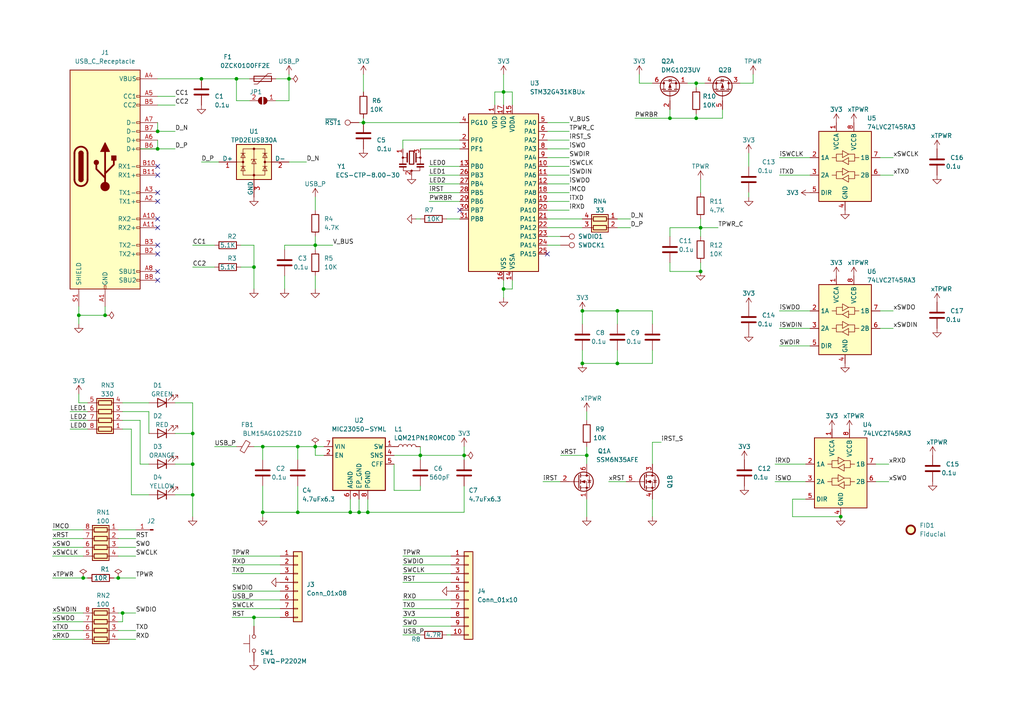
<source format=kicad_sch>
(kicad_sch (version 20230620) (generator eeschema)
  (paper "A4")
  (title_block (title "SWD MCU Programmer Pilkki") (date "2023-07-18") (rev ".1A") (company "Alzymologist Oy"))
  (lib_symbols
    (symbol "Connector:Conn_01x01_Pin" (pin_names (offset 1.016) hide)
      (property "Reference" "J" (at 0 2.54 0))
      (property "Value" "Conn_01x01_Pin" (at 0 -2.54 0))
      (symbol "Conn_01x01_Pin_1_1"
        (pin passive line (at 5.08 0 180) (length 3.81) (name "Pin_1") (number "1"))
      )
    )
    (symbol "Connector:TestPoint" (pin_numbers hide) (pin_names (offset 0.762) hide)
      (property "Reference" "TP" (at 0 6.858 0))
      (property "Value" "TestPoint" (at 0 5.08 0))
      (symbol "TestPoint_1_1"
        (pin passive line (at 0 0 90) (length 2.54) (name "1") (number "1"))
      )
    )
    (symbol "Connector:USB_C_Receptacle" (pin_names (offset 1.016))
      (property "Reference" "J" (at -10.16 29.21 0))
      (property "Value" "USB_C_Receptacle" (at 10.16 29.21 0))
      (symbol "USB_C_Receptacle_1_1"
        (pin passive line (at 0 -40.64 90) (length 5.08) (name "GND") (number "A1"))
        (pin bidirectional line (at 15.24 -15.24 180) (length 5.08) (name "RX2-") (number "A10"))
        (pin bidirectional line (at 15.24 -17.78 180) (length 5.08) (name "RX2+") (number "A11"))
        (pin passive line (at 0 -40.64 90) (length 5.08) hide (name "GND") (number "A12"))
        (pin bidirectional line (at 15.24 -10.16 180) (length 5.08) (name "TX1+") (number "A2"))
        (pin bidirectional line (at 15.24 -7.62 180) (length 5.08) (name "TX1-") (number "A3"))
        (pin passive line (at 15.24 25.4 180) (length 5.08) (name "VBUS") (number "A4"))
        (pin bidirectional line (at 15.24 20.32 180) (length 5.08) (name "CC1") (number "A5"))
        (pin bidirectional line (at 15.24 7.62 180) (length 5.08) (name "D+") (number "A6"))
        (pin bidirectional line (at 15.24 12.7 180) (length 5.08) (name "D-") (number "A7"))
        (pin bidirectional line (at 15.24 -30.48 180) (length 5.08) (name "SBU1") (number "A8"))
        (pin passive line (at 15.24 25.4 180) (length 5.08) hide (name "VBUS") (number "A9"))
        (pin passive line (at 0 -40.64 90) (length 5.08) hide (name "GND") (number "B1"))
        (pin bidirectional line (at 15.24 0 180) (length 5.08) (name "RX1-") (number "B10"))
        (pin bidirectional line (at 15.24 -2.54 180) (length 5.08) (name "RX1+") (number "B11"))
        (pin passive line (at 0 -40.64 90) (length 5.08) hide (name "GND") (number "B12"))
        (pin bidirectional line (at 15.24 -25.4 180) (length 5.08) (name "TX2+") (number "B2"))
        (pin bidirectional line (at 15.24 -22.86 180) (length 5.08) (name "TX2-") (number "B3"))
        (pin passive line (at 15.24 25.4 180) (length 5.08) hide (name "VBUS") (number "B4"))
        (pin bidirectional line (at 15.24 17.78 180) (length 5.08) (name "CC2") (number "B5"))
        (pin bidirectional line (at 15.24 5.08 180) (length 5.08) (name "D+") (number "B6"))
        (pin bidirectional line (at 15.24 10.16 180) (length 5.08) (name "D-") (number "B7"))
        (pin bidirectional line (at 15.24 -33.02 180) (length 5.08) (name "SBU2") (number "B8"))
        (pin passive line (at 15.24 25.4 180) (length 5.08) hide (name "VBUS") (number "B9"))
        (pin passive line (at -7.62 -40.64 90) (length 5.08) (name "SHIELD") (number "S1"))
      )
    )
    (symbol "Connector_Generic:Conn_01x08" (pin_names (offset 1.016) hide)
      (property "Reference" "J" (at 0 10.16 0))
      (property "Value" "Conn_01x08" (at 0 -12.7 0))
      (symbol "Conn_01x08_1_1"
        (pin passive line (at -5.08 7.62 0) (length 3.81) (name "Pin_1") (number "1"))
        (pin passive line (at -5.08 5.08 0) (length 3.81) (name "Pin_2") (number "2"))
        (pin passive line (at -5.08 2.54 0) (length 3.81) (name "Pin_3") (number "3"))
        (pin passive line (at -5.08 0 0) (length 3.81) (name "Pin_4") (number "4"))
        (pin passive line (at -5.08 -2.54 0) (length 3.81) (name "Pin_5") (number "5"))
        (pin passive line (at -5.08 -5.08 0) (length 3.81) (name "Pin_6") (number "6"))
        (pin passive line (at -5.08 -7.62 0) (length 3.81) (name "Pin_7") (number "7"))
        (pin passive line (at -5.08 -10.16 0) (length 3.81) (name "Pin_8") (number "8"))
      )
    )
    (symbol "Connector_Generic:Conn_01x10" (pin_names (offset 1.016) hide)
      (property "Reference" "J" (at 0 12.7 0))
      (property "Value" "Conn_01x10" (at 0 -15.24 0))
      (symbol "Conn_01x10_1_1"
        (pin passive line (at -5.08 10.16 0) (length 3.81) (name "Pin_1") (number "1"))
        (pin passive line (at -5.08 -12.7 0) (length 3.81) (name "Pin_10") (number "10"))
        (pin passive line (at -5.08 7.62 0) (length 3.81) (name "Pin_2") (number "2"))
        (pin passive line (at -5.08 5.08 0) (length 3.81) (name "Pin_3") (number "3"))
        (pin passive line (at -5.08 2.54 0) (length 3.81) (name "Pin_4") (number "4"))
        (pin passive line (at -5.08 0 0) (length 3.81) (name "Pin_5") (number "5"))
        (pin passive line (at -5.08 -2.54 0) (length 3.81) (name "Pin_6") (number "6"))
        (pin passive line (at -5.08 -5.08 0) (length 3.81) (name "Pin_7") (number "7"))
        (pin passive line (at -5.08 -7.62 0) (length 3.81) (name "Pin_8") (number "8"))
        (pin passive line (at -5.08 -10.16 0) (length 3.81) (name "Pin_9") (number "9"))
      )
    )
    (symbol "Device:C" (pin_numbers hide) (pin_names (offset 0.254))
      (property "Reference" "C" (at 0.635 2.54 0))
      (property "Value" "C" (at 0.635 -2.54 0))
      (symbol "C_1_1"
        (pin passive line (at 0 3.81 270) (length 2.794) (name "~") (number "1"))
        (pin passive line (at 0 -3.81 90) (length 2.794) (name "~") (number "2"))
      )
    )
    (symbol "Device:FerriteBead_Small" (pin_numbers hide) (pin_names (offset 0))
      (property "Reference" "FB" (at 1.905 1.27 0))
      (property "Value" "FerriteBead_Small" (at 1.905 -1.27 0))
      (symbol "FerriteBead_Small_1_1"
        (pin passive line (at 0 2.54 270) (length 1.27) (name "~") (number "1"))
        (pin passive line (at 0 -2.54 90) (length 1.27) (name "~") (number "2"))
      )
    )
    (symbol "Device:L" (pin_numbers hide) (pin_names (offset 1.016) hide)
      (property "Reference" "L" (at -1.27 0 90))
      (property "Value" "L" (at 1.905 0 90))
      (symbol "L_1_1"
        (pin passive line (at 0 3.81 270) (length 1.27) (name "1") (number "1"))
        (pin passive line (at 0 -3.81 90) (length 1.27) (name "2") (number "2"))
      )
    )
    (symbol "Device:LED" (pin_numbers hide) (pin_names (offset 1.016) hide)
      (property "Reference" "D" (at 0 2.54 0))
      (property "Value" "LED" (at 0 -2.54 0))
      (symbol "LED_1_1"
        (pin passive line (at -3.81 0 0) (length 2.54) (name "K") (number "1"))
        (pin passive line (at 3.81 0 180) (length 2.54) (name "A") (number "2"))
      )
    )
    (symbol "Device:Polyfuse" (pin_numbers hide) (pin_names (offset 0))
      (property "Reference" "F" (at -2.54 0 90))
      (property "Value" "Polyfuse" (at 2.54 0 90))
      (symbol "Polyfuse_1_1"
        (pin passive line (at 0 3.81 270) (length 1.27) (name "~") (number "1"))
        (pin passive line (at 0 -3.81 90) (length 1.27) (name "~") (number "2"))
      )
    )
    (symbol "Device:Q_Dual_PMOS_S1G1D2S2G2D1" (pin_names (offset 0) hide)
      (property "Reference" "Q" (at 6.35 1.27 0))
      (property "Value" "Q_Dual_PMOS_S1G1D2S2G2D1" (at 19.05 -1.27 0))
      (symbol "Q_Dual_PMOS_S1G1D2S2G2D1_1_1"
        (pin passive line (at 2.54 -5.08 90) (length 2.54) (name "S") (number "1"))
        (pin input line (at -5.08 0 0) (length 2.54) (name "G") (number "2"))
        (pin passive line (at 2.54 5.08 270) (length 2.54) (name "D") (number "6"))
      )
      (symbol "Q_Dual_PMOS_S1G1D2S2G2D1_2_1"
        (pin passive line (at 2.54 5.08 270) (length 2.54) (name "D") (number "3"))
        (pin passive line (at 2.54 -5.08 90) (length 2.54) (name "S") (number "4"))
        (pin input line (at -5.08 0 0) (length 2.54) (name "G") (number "5"))
      )
    )
    (symbol "Device:R" (pin_numbers hide) (pin_names (offset 0))
      (property "Reference" "R" (at 2.032 0 90))
      (property "Value" "R" (at 0 0 90))
      (symbol "R_1_1"
        (pin passive line (at 0 3.81 270) (length 1.27) (name "~") (number "1"))
        (pin passive line (at 0 -3.81 90) (length 1.27) (name "~") (number "2"))
      )
    )
    (symbol "Device:R_Pack02" (pin_names (offset 0) hide)
      (property "Reference" "RN" (at -5.08 0 90))
      (property "Value" "R_Pack02" (at 2.54 0 90))
      (symbol "R_Pack02_1_1"
        (pin passive line (at -2.54 -5.08 90) (length 2.54) (name "R1.1") (number "1"))
        (pin passive line (at 0 -5.08 90) (length 2.54) (name "R2.1") (number "2"))
        (pin passive line (at 0 5.08 270) (length 2.54) (name "R2.2") (number "3"))
        (pin passive line (at -2.54 5.08 270) (length 2.54) (name "R1.2") (number "4"))
      )
    )
    (symbol "Device:R_Pack04" (pin_names (offset 0) hide)
      (property "Reference" "RN" (at -7.62 0 90))
      (property "Value" "R_Pack04" (at 5.08 0 90))
      (symbol "R_Pack04_1_1"
        (pin passive line (at -5.08 -5.08 90) (length 2.54) (name "R1.1") (number "1"))
        (pin passive line (at -2.54 -5.08 90) (length 2.54) (name "R2.1") (number "2"))
        (pin passive line (at 0 -5.08 90) (length 2.54) (name "R3.1") (number "3"))
        (pin passive line (at 2.54 -5.08 90) (length 2.54) (name "R4.1") (number "4"))
        (pin passive line (at 2.54 5.08 270) (length 2.54) (name "R4.2") (number "5"))
        (pin passive line (at 0 5.08 270) (length 2.54) (name "R3.2") (number "6"))
        (pin passive line (at -2.54 5.08 270) (length 2.54) (name "R2.2") (number "7"))
        (pin passive line (at -5.08 5.08 270) (length 2.54) (name "R1.2") (number "8"))
      )
    )
    (symbol "Device:Resonator_Small" (pin_names (offset 1.016) hide)
      (property "Reference" "Y" (at 3.175 1.905 0))
      (property "Value" "Resonator_Small" (at 3.175 0 0))
      (symbol "Resonator_Small_1_1"
        (pin passive line (at -2.54 2.54 270) (length 1.27) (name "1") (number "1"))
        (pin passive line (at 0 -5.08 90) (length 1.27) (name "2") (number "2"))
        (pin passive line (at 2.54 2.54 270) (length 1.27) (name "3") (number "3"))
      )
    )
    (symbol "Jumper:SolderJumper_2_Open" (pin_names (offset 0) hide)
      (property "Reference" "JP" (at 0 2.032 0))
      (property "Value" "SolderJumper_2_Open" (at 0 -2.54 0))
      (symbol "SolderJumper_2_Open_1_1"
        (pin passive line (at -3.81 0 0) (length 2.54) (name "A") (number "1"))
        (pin passive line (at 3.81 0 180) (length 2.54) (name "B") (number "2"))
      )
    )
    (symbol "Logic_LevelTranslator:74LVCH2T45DC"
      (property "Reference" "U" (at 6.35 -11.43 0))
      (property "Value" "74LVCH2T45DC" (at 10.16 11.43 0))
      (symbol "74LVCH2T45DC_1_1"
        (pin power_in line (at -2.54 12.7 270) (length 2.54) (name "VCCA") (number "1"))
        (pin bidirectional line (at -10.16 2.54 0) (length 2.54) (name "1A") (number "2"))
        (pin bidirectional line (at -10.16 -2.54 0) (length 2.54) (name "2A") (number "3"))
        (pin power_in line (at 0 -12.7 90) (length 2.54) (name "GND") (number "4"))
        (pin input line (at -10.16 -7.62 0) (length 2.54) (name "DIR") (number "5"))
        (pin bidirectional line (at 10.16 -2.54 180) (length 2.54) (name "2B") (number "6"))
        (pin bidirectional line (at 10.16 2.54 180) (length 2.54) (name "1B") (number "7"))
        (pin power_in line (at 2.54 12.7 270) (length 2.54) (name "VCCB") (number "8"))
      )
    )
    (symbol "MCU_ST_STM32G4:STM32G431KBUx"
      (property "Reference" "U" (at -10.16 24.13 0))
      (property "Value" "STM32G431KBUx" (at 5.08 24.13 0))
      (symbol "STM32G431KBUx_1_1"
        (pin power_in line (at -2.54 25.4 270) (length 2.54) (name "VDD") (number "1"))
        (pin bidirectional line (at 12.7 7.62 180) (length 2.54) (name "PA5") (number "10"))
        (pin bidirectional line (at 12.7 5.08 180) (length 2.54) (name "PA6") (number "11"))
        (pin bidirectional line (at 12.7 2.54 180) (length 2.54) (name "PA7") (number "12"))
        (pin bidirectional line (at -12.7 7.62 0) (length 2.54) (name "PB0") (number "13"))
        (pin power_in line (at 2.54 -25.4 90) (length 2.54) (name "VSSA") (number "14"))
        (pin power_in line (at 2.54 25.4 270) (length 2.54) (name "VDDA") (number "15"))
        (pin power_in line (at 0 -25.4 90) (length 2.54) (name "VSS") (number "16"))
        (pin power_in line (at 0 25.4 270) (length 2.54) (name "VDD") (number "17"))
        (pin bidirectional line (at 12.7 0 180) (length 2.54) (name "PA8") (number "18"))
        (pin bidirectional line (at 12.7 -2.54 180) (length 2.54) (name "PA9") (number "19"))
        (pin bidirectional line (at -12.7 15.24 0) (length 2.54) (name "PF0") (number "2"))
        (pin bidirectional line (at 12.7 -5.08 180) (length 2.54) (name "PA10") (number "20"))
        (pin bidirectional line (at 12.7 -7.62 180) (length 2.54) (name "PA11") (number "21"))
        (pin bidirectional line (at 12.7 -10.16 180) (length 2.54) (name "PA12") (number "22"))
        (pin bidirectional line (at 12.7 -12.7 180) (length 2.54) (name "PA13") (number "23"))
        (pin bidirectional line (at 12.7 -15.24 180) (length 2.54) (name "PA14") (number "24"))
        (pin bidirectional line (at 12.7 -17.78 180) (length 2.54) (name "PA15") (number "25"))
        (pin bidirectional line (at -12.7 5.08 0) (length 2.54) (name "PB3") (number "26"))
        (pin bidirectional line (at -12.7 2.54 0) (length 2.54) (name "PB4") (number "27"))
        (pin bidirectional line (at -12.7 0 0) (length 2.54) (name "PB5") (number "28"))
        (pin bidirectional line (at -12.7 -2.54 0) (length 2.54) (name "PB6") (number "29"))
        (pin bidirectional line (at -12.7 12.7 0) (length 2.54) (name "PF1") (number "3"))
        (pin bidirectional line (at -12.7 -5.08 0) (length 2.54) (name "PB7") (number "30"))
        (pin bidirectional line (at -12.7 -7.62 0) (length 2.54) (name "PB8") (number "31"))
        (pin passive line (at 0 -25.4 90) (length 2.54) hide (name "VSS") (number "32"))
        (pin passive line (at 0 -25.4 90) (length 2.54) hide (name "VSS") (number "33"))
        (pin bidirectional line (at -12.7 20.32 0) (length 2.54) (name "PG10") (number "4"))
        (pin bidirectional line (at 12.7 20.32 180) (length 2.54) (name "PA0") (number "5"))
        (pin bidirectional line (at 12.7 17.78 180) (length 2.54) (name "PA1") (number "6"))
        (pin bidirectional line (at 12.7 15.24 180) (length 2.54) (name "PA2") (number "7"))
        (pin bidirectional line (at 12.7 12.7 180) (length 2.54) (name "PA3") (number "8"))
        (pin bidirectional line (at 12.7 10.16 180) (length 2.54) (name "PA4") (number "9"))
      )
    )
    (symbol "Mechanical:Fiducial"
      (property "Reference" "FID" (at 0 5.08 0))
      (property "Value" "Fiducial" (at 0 3.175 0))
    )
    (symbol "Power_Protection:TPD2EUSB30A" (pin_names (offset 0))
      (property "Reference" "U" (at 0 6.35 0))
      (property "Value" "TPD2EUSB30A" (at 7.62 -7.62 0))
      (symbol "TPD2EUSB30A_1_1"
        (pin passive line (at -10.16 0 0) (length 5.08) (name "D+") (number "1"))
        (pin passive line (at 10.16 0 180) (length 5.08) (name "D-") (number "2"))
        (pin passive line (at 0 -10.16 90) (length 5.08) (name "GND") (number "3"))
      )
    )
    (symbol "Regulator_Switching:MIC23050-SYML"
      (property "Reference" "U" (at -7.62 12.7 0))
      (property "Value" "MIC23050-SYML" (at -7.62 10.16 0))
      (symbol "MIC23050-SYML_0_0"
        (pin power_in line (at 0 -10.16 90) (length 2.54) (name "EP_GND") (number "9"))
      )
      (symbol "MIC23050-SYML_1_1"
        (pin output line (at 10.16 5.08 180) (length 2.54) (name "SW") (number "1"))
        (pin input line (at -10.16 2.54 0) (length 2.54) (name "EN") (number "2"))
        (pin no_connect line (at -7.62 0 0) (length 2.54) hide (name "NC") (number "3"))
        (pin input line (at 10.16 2.54 180) (length 2.54) (name "SNS") (number "4"))
        (pin output line (at 10.16 0 180) (length 2.54) (name "CFF") (number "5"))
        (pin power_in line (at -2.54 -10.16 90) (length 2.54) (name "AGND") (number "6"))
        (pin power_in line (at -10.16 5.08 0) (length 2.54) (name "VIN") (number "7"))
        (pin power_in line (at 2.54 -10.16 90) (length 2.54) (name "PGND") (number "8"))
      )
    )
    (symbol "Switch:SW_Push" (pin_numbers hide) (pin_names (offset 1.016) hide)
      (property "Reference" "SW" (at 1.27 2.54 0))
      (property "Value" "SW_Push" (at 0 -1.524 0))
      (symbol "SW_Push_0_1"
        (pin passive line (at -5.08 0 0) (length 2.54) (name "1") (number "1"))
        (pin passive line (at 5.08 0 180) (length 2.54) (name "2") (number "2"))
      )
    )
    (symbol "Transistor_FET:FDG1024NZ" (pin_names hide)
      (property "Reference" "Q" (at 5.08 1.905 0))
      (property "Value" "FDG1024NZ" (at 5.08 0 0))
      (symbol "FDG1024NZ_1_1"
        (pin passive line (at 2.54 -5.08 90) (length 2.54) (name "S") (number "1"))
        (pin passive line (at -5.08 0 0) (length 2.54) (name "G") (number "2"))
        (pin passive line (at 2.54 5.08 270) (length 2.54) (name "D") (number "6"))
      )
      (symbol "FDG1024NZ_2_1"
        (pin passive line (at 2.54 5.08 270) (length 2.54) (name "D") (number "3"))
        (pin passive line (at 2.54 -5.08 90) (length 2.54) (name "S") (number "4"))
        (pin passive line (at -5.08 0 0) (length 2.54) (name "G") (number "5"))
      )
    )
    (symbol "power:+3.3V" (power) (pin_names (offset 0))
      (property "Value" "+3.3V" (at 0 3.556 0))
      (symbol "+3.3V_1_1"
        (pin power_in line (at 0 0 90) (length 0) hide (name "+3.3V") (number "1"))
      )
    )
    (symbol "power:GND" (power) (pin_names (offset 0))
      (property "Value" "GND" (at 0 -3.81 0))
      (symbol "GND_1_1"
        (pin power_in line (at 0 0 270) (length 0) hide (name "GND") (number "1"))
      )
    )
    (symbol "power:PWR_FLAG" (power) (pin_numbers hide) (pin_names (offset 0) hide)
      (property "Value" "PWR_FLAG" (at 0 3.81 0))
      (symbol "PWR_FLAG_0_0"
        (pin power_out line (at 0 0 90) (length 0) (name "pwr") (number "1"))
      )
    )
    (symbol "power:VCC" (power) (pin_names (offset 0))
      (property "Value" "VCC" (at 0 3.81 0))
      (symbol "VCC_1_1"
        (pin power_in line (at 0 0 90) (length 0) hide (name "VCC") (number "1"))
      )
    )
  )
  (junction (at 83.82 22.86))
  (junction (at 68.58 22.86))
  (junction (at 45.72 38.1))
  (junction (at 22.86 91.44))
  (junction (at 203.2 78.74))
  (junction (at 91.44 129.54))
  (junction (at 146.05 83.82))
  (junction (at 194.31 34.29))
  (junction (at 170.18 132.08))
  (junction (at 86.36 148.59))
  (junction (at 168.91 90.17))
  (junction (at 45.72 43.18))
  (junction (at 201.93 34.29))
  (junction (at 86.36 129.54))
  (junction (at 76.2 129.54))
  (junction (at 203.2 66.04))
  (junction (at 55.88 143.51))
  (junction (at 105.41 35.56))
  (junction (at 243.84 149.86))
  (junction (at 201.93 24.13))
  (junction (at 76.2 148.59))
  (junction (at 168.91 105.41))
  (junction (at 58.42 22.86))
  (junction (at 91.44 71.12))
  (junction (at 73.66 77.47))
  (junction (at 101.6 148.59))
  (junction (at 121.92 132.08))
  (junction (at 35.56 177.8))
  (junction (at 104.14 148.59))
  (junction (at 134.62 132.08))
  (junction (at 24.13 167.64))
  (junction (at 55.88 134.62))
  (junction (at 34.29 167.64))
  (junction (at 179.07 105.41))
  (junction (at 55.88 125.73))
  (junction (at 73.66 179.07))
  (junction (at 30.48 91.44))
  (junction (at 106.68 148.59))
  (junction (at 146.05 26.67))
  (junction (at 179.07 90.17))
  (no_connect (at 133.35 60.96))
  (no_connect (at 45.72 48.26))
  (no_connect (at 45.72 71.12))
  (no_connect (at 45.72 73.66))
  (no_connect (at 158.75 73.66))
  (no_connect (at 45.72 63.5))
  (no_connect (at 45.72 50.8))
  (no_connect (at 45.72 55.88))
  (no_connect (at 45.72 81.28))
  (no_connect (at 45.72 66.04))
  (no_connect (at 45.72 78.74))
  (no_connect (at 45.72 58.42))
  (wire (pts (xy 185.42 24.13) (xy 189.23 24.13)))
  (wire (pts (xy 203.2 76.2) (xy 203.2 78.74)))
  (wire (pts (xy 199.39 24.13) (xy 201.93 24.13)))
  (wire (pts (xy 179.07 63.5) (xy 182.88 63.5)))
  (wire (pts (xy 203.2 63.5) (xy 203.2 66.04)))
  (wire (pts (xy 158.75 35.56) (xy 165.1 35.56)))
  (wire (pts (xy 194.31 66.04) (xy 203.2 66.04)))
  (wire (pts (xy 45.72 27.94) (xy 50.8 27.94)))
  (wire (pts (xy 226.06 45.72) (xy 234.95 45.72)))
  (wire (pts (xy 116.84 163.83) (xy 130.81 163.83)))
  (wire (pts (xy 58.42 46.99) (xy 63.5 46.99)))
  (wire (pts (xy 203.2 68.58) (xy 203.2 66.04)))
  (wire (pts (xy 104.14 144.78) (xy 104.14 148.59)))
  (wire (pts (xy 76.2 149.86) (xy 76.2 148.59)))
  (wire (pts (xy 218.44 21.59) (xy 218.44 24.13)))
  (wire (pts (xy 229.87 144.78) (xy 229.87 149.86)))
  (wire (pts (xy 134.62 140.97) (xy 134.62 148.59)))
  (wire (pts (xy 158.75 43.18) (xy 165.1 43.18)))
  (wire (pts (xy 22.86 91.44) (xy 22.86 88.9)))
  (wire (pts (xy 20.32 119.38) (xy 25.4 119.38)))
  (wire (pts (xy 38.1 143.51) (xy 43.18 143.51)))
  (wire (pts (xy 15.24 177.8) (xy 24.13 177.8)))
  (wire (pts (xy 55.88 125.73) (xy 55.88 134.62)))
  (wire (pts (xy 191.77 128.27) (xy 189.23 128.27)))
  (wire (pts (xy 83.82 29.21) (xy 83.82 22.86)))
  (wire (pts (xy 209.55 34.29) (xy 209.55 31.75)))
  (wire (pts (xy 170.18 129.54) (xy 170.18 132.08)))
  (wire (pts (xy 15.24 180.34) (xy 24.13 180.34)))
  (wire (pts (xy 45.72 43.18) (xy 50.8 43.18)))
  (wire (pts (xy 101.6 148.59) (xy 104.14 148.59)))
  (wire (pts (xy 116.84 166.37) (xy 130.81 166.37)))
  (wire (pts (xy 30.48 88.9) (xy 30.48 91.44)))
  (wire (pts (xy 20.32 124.46) (xy 25.4 124.46)))
  (wire (pts (xy 165.1 60.96) (xy 158.75 60.96)))
  (wire (pts (xy 86.36 129.54) (xy 91.44 129.54)))
  (wire (pts (xy 189.23 105.41) (xy 179.07 105.41)))
  (wire (pts (xy 91.44 80.01) (xy 91.44 83.82)))
  (wire (pts (xy 45.72 40.64) (xy 45.72 43.18)))
  (wire (pts (xy 34.29 182.88) (xy 39.37 182.88)))
  (wire (pts (xy 67.31 161.29) (xy 81.28 161.29)))
  (wire (pts (xy 35.56 121.92) (xy 40.64 121.92)))
  (wire (pts (xy 67.31 166.37) (xy 81.28 166.37)))
  (wire (pts (xy 86.36 140.97) (xy 86.36 148.59)))
  (wire (pts (xy 146.05 26.67) (xy 146.05 30.48)))
  (wire (pts (xy 116.84 161.29) (xy 130.81 161.29)))
  (wire (pts (xy 179.07 101.6) (xy 179.07 105.41)))
  (wire (pts (xy 73.66 77.47) (xy 69.85 77.47)))
  (wire (pts (xy 91.44 72.39) (xy 91.44 71.12)))
  (wire (pts (xy 34.29 161.29) (xy 39.37 161.29)))
  (wire (pts (xy 91.44 68.58) (xy 91.44 71.12)))
  (wire (pts (xy 134.62 148.59) (xy 106.68 148.59)))
  (wire (pts (xy 218.44 24.13) (xy 214.63 24.13)))
  (wire (pts (xy 34.29 185.42) (xy 39.37 185.42)))
  (wire (pts (xy 76.2 140.97) (xy 76.2 148.59)))
  (wire (pts (xy 129.54 63.5) (xy 133.35 63.5)))
  (wire (pts (xy 73.66 129.54) (xy 76.2 129.54)))
  (wire (pts (xy 179.07 90.17) (xy 168.91 90.17)))
  (wire (pts (xy 165.1 50.8) (xy 158.75 50.8)))
  (wire (pts (xy 24.13 167.64) (xy 25.4 167.64)))
  (wire (pts (xy 40.64 134.62) (xy 43.18 134.62)))
  (wire (pts (xy 189.23 128.27) (xy 189.23 134.62)))
  (wire (pts (xy 76.2 129.54) (xy 86.36 129.54)))
  (wire (pts (xy 35.56 177.8) (xy 35.56 180.34)))
  (wire (pts (xy 105.41 34.29) (xy 105.41 35.56)))
  (wire (pts (xy 40.64 121.92) (xy 40.64 134.62)))
  (wire (pts (xy 116.84 43.18) (xy 116.84 40.64)))
  (wire (pts (xy 116.84 173.99) (xy 130.81 173.99)))
  (wire (pts (xy 124.46 48.26) (xy 133.35 48.26)))
  (wire (pts (xy 179.07 90.17) (xy 179.07 93.98)))
  (wire (pts (xy 35.56 119.38) (xy 43.18 119.38)))
  (wire (pts (xy 104.14 35.56) (xy 105.41 35.56)))
  (wire (pts (xy 165.1 45.72) (xy 158.75 45.72)))
  (wire (pts (xy 143.51 26.67) (xy 143.51 30.48)))
  (wire (pts (xy 124.46 53.34) (xy 133.35 53.34)))
  (wire (pts (xy 80.01 29.21) (xy 83.82 29.21)))
  (wire (pts (xy 15.24 156.21) (xy 24.13 156.21)))
  (wire (pts (xy 121.92 133.35) (xy 121.92 132.08)))
  (wire (pts (xy 158.75 40.64) (xy 165.1 40.64)))
  (wire (pts (xy 116.84 179.07) (xy 130.81 179.07)))
  (wire (pts (xy 45.72 30.48) (xy 50.8 30.48)))
  (wire (pts (xy 165.1 53.34) (xy 158.75 53.34)))
  (wire (pts (xy 34.29 167.64) (xy 39.37 167.64)))
  (wire (pts (xy 208.28 66.04) (xy 203.2 66.04)))
  (wire (pts (xy 124.46 55.88) (xy 133.35 55.88)))
  (wire (pts (xy 76.2 148.59) (xy 86.36 148.59)))
  (wire (pts (xy 22.86 114.3) (xy 22.86 116.84)))
  (wire (pts (xy 189.23 93.98) (xy 189.23 90.17)))
  (wire (pts (xy 67.31 171.45) (xy 81.28 171.45)))
  (wire (pts (xy 73.66 77.47) (xy 73.66 83.82)))
  (wire (pts (xy 179.07 90.17) (xy 189.23 90.17)))
  (wire (pts (xy 50.8 116.84) (xy 55.88 116.84)))
  (wire (pts (xy 185.42 21.59) (xy 185.42 24.13)))
  (wire (pts (xy 83.82 21.59) (xy 83.82 22.86)))
  (wire (pts (xy 179.07 105.41) (xy 168.91 105.41)))
  (wire (pts (xy 93.98 132.08) (xy 91.44 132.08)))
  (wire (pts (xy 203.2 52.07) (xy 203.2 55.88)))
  (wire (pts (xy 146.05 83.82) (xy 146.05 81.28)))
  (wire (pts (xy 168.91 101.6) (xy 168.91 105.41)))
  (wire (pts (xy 134.62 133.35) (xy 134.62 132.08)))
  (wire (pts (xy 217.17 57.15) (xy 217.17 55.88)))
  (wire (pts (xy 176.53 139.7) (xy 181.61 139.7)))
  (wire (pts (xy 165.1 48.26) (xy 158.75 48.26)))
  (wire (pts (xy 157.48 139.7) (xy 162.56 139.7)))
  (wire (pts (xy 34.29 156.21) (xy 39.37 156.21)))
  (wire (pts (xy 55.88 143.51) (xy 50.8 143.51)))
  (wire (pts (xy 229.87 149.86) (xy 243.84 149.86)))
  (wire (pts (xy 226.06 95.25) (xy 234.95 95.25)))
  (wire (pts (xy 229.87 144.78) (xy 233.68 144.78)))
  (wire (pts (xy 105.41 21.59) (xy 105.41 26.67)))
  (wire (pts (xy 68.58 22.86) (xy 72.39 22.86)))
  (wire (pts (xy 73.66 71.12) (xy 73.66 77.47)))
  (wire (pts (xy 255.27 90.17) (xy 259.08 90.17)))
  (wire (pts (xy 194.31 76.2) (xy 194.31 78.74)))
  (wire (pts (xy 83.82 22.86) (xy 80.01 22.86)))
  (wire (pts (xy 146.05 21.59) (xy 146.05 26.67)))
  (wire (pts (xy 121.92 43.18) (xy 133.35 43.18)))
  (wire (pts (xy 162.56 71.12) (xy 158.75 71.12)))
  (wire (pts (xy 86.36 133.35) (xy 86.36 129.54)))
  (wire (pts (xy 148.59 83.82) (xy 146.05 83.82)))
  (wire (pts (xy 91.44 132.08) (xy 91.44 129.54)))
  (wire (pts (xy 148.59 26.67) (xy 146.05 26.67)))
  (wire (pts (xy 116.84 181.61) (xy 130.81 181.61)))
  (wire (pts (xy 91.44 129.54) (xy 93.98 129.54)))
  (wire (pts (xy 255.27 45.72) (xy 259.08 45.72)))
  (wire (pts (xy 58.42 22.86) (xy 68.58 22.86)))
  (wire (pts (xy 116.84 168.91) (xy 130.81 168.91)))
  (wire (pts (xy 67.31 176.53) (xy 81.28 176.53)))
  (wire (pts (xy 194.31 34.29) (xy 184.15 34.29)))
  (wire (pts (xy 15.24 158.75) (xy 24.13 158.75)))
  (wire (pts (xy 67.31 179.07) (xy 73.66 179.07)))
  (wire (pts (xy 124.46 58.42) (xy 133.35 58.42)))
  (wire (pts (xy 134.62 132.08) (xy 121.92 132.08)))
  (wire (pts (xy 204.47 24.13) (xy 201.93 24.13)))
  (wire (pts (xy 55.88 77.47) (xy 62.23 77.47)))
  (wire (pts (xy 120.65 63.5) (xy 121.92 63.5)))
  (wire (pts (xy 224.79 139.7) (xy 233.68 139.7)))
  (wire (pts (xy 189.23 105.41) (xy 189.23 101.6)))
  (wire (pts (xy 45.72 38.1) (xy 50.8 38.1)))
  (wire (pts (xy 73.66 179.07) (xy 81.28 179.07)))
  (wire (pts (xy 158.75 38.1) (xy 165.1 38.1)))
  (wire (pts (xy 55.88 134.62) (xy 55.88 143.51)))
  (wire (pts (xy 82.55 80.01) (xy 82.55 83.82)))
  (wire (pts (xy 116.84 176.53) (xy 130.81 176.53)))
  (wire (pts (xy 50.8 134.62) (xy 55.88 134.62)))
  (wire (pts (xy 121.92 184.15) (xy 116.84 184.15)))
  (wire (pts (xy 254 139.7) (xy 257.81 139.7)))
  (wire (pts (xy 67.31 173.99) (xy 81.28 173.99)))
  (wire (pts (xy 83.82 46.99) (xy 88.9 46.99)))
  (wire (pts (xy 15.24 185.42) (xy 24.13 185.42)))
  (wire (pts (xy 158.75 63.5) (xy 168.91 63.5)))
  (wire (pts (xy 38.1 124.46) (xy 38.1 143.51)))
  (wire (pts (xy 162.56 68.58) (xy 158.75 68.58)))
  (wire (pts (xy 170.18 119.38) (xy 170.18 121.92)))
  (wire (pts (xy 158.75 66.04) (xy 168.91 66.04)))
  (wire (pts (xy 121.92 129.54) (xy 121.92 132.08)))
  (wire (pts (xy 43.18 119.38) (xy 43.18 125.73)))
  (wire (pts (xy 20.32 121.92) (xy 25.4 121.92)))
  (wire (pts (xy 73.66 71.12) (xy 69.85 71.12)))
  (wire (pts (xy 165.1 58.42) (xy 158.75 58.42)))
  (wire (pts (xy 116.84 40.64) (xy 133.35 40.64)))
  (wire (pts (xy 22.86 116.84) (xy 25.4 116.84)))
  (wire (pts (xy 67.31 163.83) (xy 81.28 163.83)))
  (wire (pts (xy 179.07 66.04) (xy 182.88 66.04)))
  (wire (pts (xy 146.05 26.67) (xy 143.51 26.67)))
  (wire (pts (xy 15.24 153.67) (xy 24.13 153.67)))
  (wire (pts (xy 33.02 167.64) (xy 34.29 167.64)))
  (wire (pts (xy 45.72 35.56) (xy 45.72 38.1)))
  (wire (pts (xy 106.68 144.78) (xy 106.68 148.59)))
  (wire (pts (xy 148.59 81.28) (xy 148.59 83.82)))
  (wire (pts (xy 68.58 29.21) (xy 68.58 22.86)))
  (wire (pts (xy 50.8 125.73) (xy 55.88 125.73)))
  (wire (pts (xy 194.31 78.74) (xy 203.2 78.74)))
  (wire (pts (xy 121.92 142.24) (xy 114.3 142.24)))
  (wire (pts (xy 255.27 95.25) (xy 259.08 95.25)))
  (wire (pts (xy 82.55 72.39) (xy 82.55 71.12)))
  (wire (pts (xy 55.88 149.86) (xy 55.88 143.51)))
  (wire (pts (xy 91.44 57.15) (xy 91.44 60.96)))
  (wire (pts (xy 124.46 50.8) (xy 133.35 50.8)))
  (wire (pts (xy 45.72 22.86) (xy 58.42 22.86)))
  (wire (pts (xy 35.56 124.46) (xy 38.1 124.46)))
  (wire (pts (xy 34.29 177.8) (xy 35.56 177.8)))
  (wire (pts (xy 226.06 50.8) (xy 234.95 50.8)))
  (wire (pts (xy 254 134.62) (xy 257.81 134.62)))
  (wire (pts (xy 34.29 153.67) (xy 39.37 153.67)))
  (wire (pts (xy 226.06 100.33) (xy 234.95 100.33)))
  (wire (pts (xy 101.6 148.59) (xy 101.6 144.78)))
  (wire (pts (xy 194.31 34.29) (xy 194.31 31.75)))
  (wire (pts (xy 105.41 35.56) (xy 133.35 35.56)))
  (wire (pts (xy 62.23 129.54) (xy 68.58 129.54)))
  (wire (pts (xy 34.29 158.75) (xy 39.37 158.75)))
  (wire (pts (xy 35.56 116.84) (xy 43.18 116.84)))
  (wire (pts (xy 121.92 142.24) (xy 121.92 140.97)))
  (wire (pts (xy 96.52 71.12) (xy 91.44 71.12)))
  (wire (pts (xy 201.93 34.29) (xy 201.93 33.02)))
  (wire (pts (xy 148.59 26.67) (xy 148.59 30.48)))
  (wire (pts (xy 114.3 142.24) (xy 114.3 134.62)))
  (wire (pts (xy 194.31 68.58) (xy 194.31 66.04)))
  (wire (pts (xy 82.55 71.12) (xy 91.44 71.12)))
  (wire (pts (xy 217.17 44.45) (xy 217.17 48.26)))
  (wire (pts (xy 146.05 86.36) (xy 146.05 83.82)))
  (wire (pts (xy 168.91 90.17) (xy 168.91 93.98)))
  (wire (pts (xy 224.79 134.62) (xy 233.68 134.62)))
  (wire (pts (xy 158.75 55.88) (xy 165.1 55.88)))
  (wire (pts (xy 35.56 177.8) (xy 39.37 177.8)))
  (wire (pts (xy 22.86 93.98) (xy 22.86 91.44)))
  (wire (pts (xy 55.88 71.12) (xy 62.23 71.12)))
  (wire (pts (xy 255.27 50.8) (xy 259.08 50.8)))
  (wire (pts (xy 134.62 129.54) (xy 134.62 132.08)))
  (wire (pts (xy 30.48 91.44) (xy 22.86 91.44)))
  (wire (pts (xy 15.24 161.29) (xy 24.13 161.29)))
  (wire (pts (xy 201.93 25.4) (xy 201.93 24.13)))
  (wire (pts (xy 40.64 43.18) (xy 45.72 43.18)))
  (wire (pts (xy 55.88 116.84) (xy 55.88 125.73)))
  (wire (pts (xy 189.23 144.78) (xy 189.23 149.86)))
  (wire (pts (xy 226.06 90.17) (xy 234.95 90.17)))
  (wire (pts (xy 86.36 148.59) (xy 101.6 148.59)))
  (wire (pts (xy 35.56 180.34) (xy 34.29 180.34)))
  (wire (pts (xy 201.93 34.29) (xy 209.55 34.29)))
  (wire (pts (xy 15.24 182.88) (xy 24.13 182.88)))
  (wire (pts (xy 121.92 132.08) (xy 114.3 132.08)))
  (wire (pts (xy 15.24 167.64) (xy 24.13 167.64)))
  (wire (pts (xy 76.2 133.35) (xy 76.2 129.54)))
  (wire (pts (xy 73.66 181.61) (xy 73.66 179.07)))
  (wire (pts (xy 194.31 34.29) (xy 201.93 34.29)))
  (wire (pts (xy 72.39 29.21) (xy 68.58 29.21)))
  (wire (pts (xy 170.18 132.08) (xy 170.18 134.62)))
  (wire (pts (xy 162.56 132.08) (xy 170.18 132.08)))
  (wire (pts (xy 129.54 184.15) (xy 130.81 184.15)))
  (wire (pts (xy 104.14 148.59) (xy 106.68 148.59)))
  (wire (pts (xy 170.18 144.78) (xy 170.18 149.86)))
  (label "iSWDO" (at 226.06 90.17 0))
  (label "SWCLK" (at 39.37 161.29 0))
  (label "V_BUS" (at 96.52 71.12 0))
  (label "CC2" (at 55.88 77.47 0))
  (label "xRXD" (at 257.81 134.62 0))
  (label "iRST_S" (at 165.1 40.64 0))
  (label "xRXD" (at 15.24 185.42 0))
  (label "CC1" (at 50.8 27.94 0))
  (label "iSWCLK" (at 165.1 48.26 0))
  (label "xSWCLK" (at 15.24 161.29 0))
  (label "xSWDIN" (at 259.08 95.25 0))
  (label "iRST" (at 124.46 55.88 0))
  (label "TXD" (at 116.84 176.53 0))
  (label "D_N" (at 88.9 46.99 0))
  (label "iSWO" (at 224.79 139.7 0))
  (label "USB_P" (at 116.84 184.15 0))
  (label "USB_P" (at 62.23 129.54 0))
  (label "SWDIR" (at 226.06 100.33 0))
  (label "LED2" (at 124.46 53.34 0))
  (label "TPWR" (at 116.84 161.29 0))
  (label "xSWDO" (at 15.24 180.34 0))
  (label "LED1" (at 124.46 50.8 0))
  (label "LED1" (at 20.32 119.38 0))
  (label "D_P" (at 182.88 66.04 0))
  (label "RXD" (at 116.84 173.99 0))
  (label "D_N" (at 182.88 63.5 0))
  (label "TPWR_C" (at 165.1 38.1 0))
  (label "iMCO" (at 165.1 55.88 0))
  (label "iRST" (at 157.48 139.7 0))
  (label "iSWO" (at 165.1 43.18 0))
  (label "D_N" (at 50.8 38.1 0))
  (label "TPWR" (at 39.37 167.64 0))
  (label "D_P" (at 58.42 46.99 0))
  (label "3V3" (at 116.84 179.07 0))
  (label "xRST" (at 162.56 132.08 0))
  (label "xSWDIN" (at 15.24 177.8 0))
  (label "RST" (at 67.31 179.07 0))
  (label "iSWDIN" (at 226.06 95.25 0))
  (label "iSWCLK" (at 226.06 45.72 0))
  (label "SWCLK" (at 116.84 166.37 0))
  (label "xTXD" (at 259.08 50.8 0))
  (label "xSWO" (at 15.24 158.75 0))
  (label "xSWO" (at 257.81 139.7 0))
  (label "iSWDIN" (at 165.1 50.8 0))
  (label "iMCO" (at 15.24 153.67 0))
  (label "iSWDO" (at 165.1 53.34 0))
  (label "USB_P" (at 67.31 173.99 0))
  (label "LED2" (at 20.32 121.92 0))
  (label "D_P" (at 50.8 43.18 0))
  (label "SWDIR" (at 165.1 45.72 0))
  (label "iRXD" (at 165.1 60.96 0))
  (label "RXD" (at 67.31 163.83 0))
  (label "xRST" (at 15.24 156.21 0))
  (label "SWO" (at 39.37 158.75 0))
  (label "LED0" (at 20.32 124.46 0))
  (label "CC1" (at 55.88 71.12 0))
  (label "xSWCLK" (at 259.08 45.72 0))
  (label "iTXD" (at 226.06 50.8 0))
  (label "SWDIO" (at 39.37 177.8 0))
  (label "PWRBR" (at 184.15 34.29 0))
  (label "PWRBR" (at 124.46 58.42 0))
  (label "xRST" (at 176.53 139.7 0))
  (label "SWCLK" (at 67.31 176.53 0))
  (label "LED0" (at 124.46 48.26 0))
  (label "TPWR_C" (at 208.28 66.04 0))
  (label "TXD" (at 67.31 166.37 0))
  (label "xTPWR" (at 15.24 167.64 0))
  (label "xSWDO" (at 259.08 90.17 0))
  (label "SWDIO" (at 67.31 171.45 0))
  (label "V_BUS" (at 165.1 35.56 0))
  (label "RXD" (at 39.37 185.42 0))
  (label "iRST_S" (at 191.77 128.27 0))
  (label "TPWR" (at 67.31 161.29 0))
  (label "CC2" (at 50.8 30.48 0))
  (label "iTXD" (at 165.1 58.42 0))
  (label "SWDIO" (at 116.84 163.83 0))
  (label "iRXD" (at 224.79 134.62 0))
  (label "SWO" (at 116.84 181.61 0))
  (label "RST" (at 116.84 168.91 0))
  (label "TXD" (at 39.37 182.88 0))
  (label "xTXD" (at 15.24 182.88 0))
  (label "RST" (at 39.37 156.21 0))
  (symbol (lib_id "Device:C") (at 217.17 92.71 0) (unit 1)
    (property "Reference" "C14" (at 220.98 91.44 0) (effects (justify left)))
    (property "Value" "0.1u" (at 219.71 93.98 0) (effects (justify left)))
    (property "Footprint" "Capacitor_SMD:C_0402_1005Metric" (effects hide))
  )
  (symbol (lib_id "power:VCC") (at 247.65 80.01 0) (unit 1)
    (property "Reference" "#PWR046" (effects hide))
    (property "Value" "xTPWR" (at 248.92 76.2 0))
    (property "Description" "Power symbol creates a global label with name \"VCC\"" (effects hide))
  )
  (symbol (lib_id "Jumper:SolderJumper_2_Open") (at 76.2 29.21 180) (unit 1)
    (property "Reference" "JP1" (at 72.39 26.67 0) (effects (justify right)))
    (property "Value" "SolderJumper_2_Open" (effects hide))
    (property "Footprint" "MyLib:SolderJumper_0.8.x1mm" (effects hide))
  )
  (symbol (lib_id "Device:R") (at 66.04 71.12 270) (mirror x) (unit 1)
    (property "Reference" "R2" (at 67.31 68.58 90))
    (property "Value" "5.1K" (at 66.04 71.12 90))
    (property "Footprint" "Resistor_SMD:R_0402_1005Metric" (effects hide))
    (property "Description" "Resistor" (effects hide))
  )
  (symbol (lib_id "power:PWR_FLAG") (at 134.62 132.08 270) (unit 1)
    (property "Reference" "#FLG02" (effects hide))
    (property "Value" "PWR_FLAG" (effects hide))
    (property "Description" "Special symbol for telling ERC where power comes from" (effects hide))
  )
  (symbol (lib_id "power:GND") (at 105.41 43.18 0) (unit 1)
    (property "Reference" "#PWR014" (effects hide))
    (property "Value" "GND" (effects hide))
    (property "Description" "Power symbol creates a global label with name \"GND\" , ground" (effects hide))
  )
  (symbol (lib_id "Device:R") (at 91.44 76.2 0) (unit 1)
    (property "Reference" "R5" (at 93.98 74.93 0) (effects (justify left)))
    (property "Value" "10K" (at 93.98 77.47 0) (effects (justify left)))
    (property "Footprint" "Resistor_SMD:R_0402_1005Metric" (effects hide))
  )
  (symbol (lib_id "power:+3.3V") (at 91.44 57.15 0) (unit 1)
    (property "Reference" "#PWR011" (effects hide))
    (property "Value" "USB_P" (at 91.44 53.34 0))
  )
  (symbol (lib_id "power:GND") (at 22.86 93.98 0) (unit 1)
    (property "Reference" "#PWR01" (effects hide))
    (property "Value" "GND" (effects hide))
  )
  (symbol (lib_id "Connector_Generic:Conn_01x08") (at 86.36 168.91 0) (unit 1)
    (property "Reference" "J3" (at 88.9 169.545 0) (effects (justify left)))
    (property "Value" "Conn_01x08" (at 88.9 172.085 0) (effects (justify left)))
    (property "Footprint" "Connector_PinHeader_1.27mm:PinHeader_1x08_P1.27mm_Vertical" (effects hide))
  )
  (symbol (lib_id "power:GND") (at 119.38 50.8 0) (unit 1)
    (property "Reference" "#PWR015" (effects hide))
    (property "Value" "GND" (effects hide))
    (property "Description" "Power symbol creates a global label with name \"GND\" , ground" (effects hide))
  )
  (symbol (lib_id "power:VCC") (at 218.44 21.59 0) (unit 1)
    (property "Reference" "#PWR036" (effects hide))
    (property "Value" "TPWR" (at 218.44 17.78 0))
    (property "Description" "Power symbol creates a global label with name \"VCC\"" (effects hide))
  )
  (symbol (lib_id "power:VCC") (at 22.86 114.3 0) (unit 1)
    (property "Reference" "#PWR02" (effects hide))
    (property "Value" "3V3" (at 22.86 110.49 0))
    (property "Description" "Power symbol creates a global label with name \"VCC\"" (effects hide))
  )
  (symbol (lib_id "Device:Q_Dual_PMOS_S1G1D2S2G2D1") (at 194.31 26.67 90) (unit 1)
    (property "Reference" "Q2" (at 195.58 17.78 90) (effects (justify left)))
    (property "Value" "DMG1023UV" (at 203.2 20.32 90) (effects (justify left)))
    (property "Footprint" "Package_TO_SOT_SMD:SOT-563" (effects hide))
    (property "Description" "Dual PMOS transistor, 6 pin package" (effects hide))
  )
  (symbol (lib_id "Device:C") (at 82.55 76.2 0) (unit 1)
    (property "Reference" "C3" (at 86.36 74.93 0) (effects (justify left)))
    (property "Value" "0.1u" (at 85.09 77.47 0) (effects (justify left)))
    (property "Footprint" "Capacitor_SMD:C_0402_1005Metric" (effects hide))
  )
  (symbol (lib_id "power:GND") (at 73.66 57.15 0) (unit 1)
    (property "Reference" "#PWR05" (effects hide))
    (property "Value" "GND" (effects hide))
  )
  (symbol (lib_id "power:VCC") (at 241.3 124.46 0) (unit 1)
    (property "Reference" "#PWR038" (effects hide))
    (property "Value" "3V3" (at 241.3 120.65 0))
    (property "Description" "Power symbol creates a global label with name \"VCC\"" (effects hide))
  )
  (symbol (lib_id "power:GND") (at 120.65 63.5 270) (unit 1)
    (property "Reference" "#PWR016" (effects hide))
    (property "Value" "GND" (effects hide))
    (property "Description" "Power symbol creates a global label with name \"GND\" , ground" (effects hide))
  )
  (symbol (lib_id "power:GND") (at 55.88 149.86 0) (unit 1)
    (property "Reference" "#PWR03" (effects hide))
    (property "Value" "GND" (effects hide))
  )
  (symbol (lib_id "Connector:TestPoint") (at 162.56 68.58 270) (unit 1)
    (property "Reference" "SWDIO1" (at 167.64 68.58 90) (effects (justify left)))
    (property "Value" "TestPoint" (effects hide))
    (property "Footprint" "TestPoint:TestPoint_Pad_D1.0mm" (effects hide))
  )
  (symbol (lib_id "Device:LED") (at 46.99 116.84 180) (unit 1)
    (property "Reference" "D1" (at 45.72 111.76 0))
    (property "Value" "GREEN" (at 46.99 114.3 0))
    (property "Footprint" "LED_SMD:LED_0402_1005Metric" (effects hide))
  )
  (symbol (lib_id "Transistor_FET:FDG1024NZ") (at 186.69 139.7 0) (unit 2)
    (property "Reference" "Q1" (at 194.31 139.7 90))
    (property "Value" "SSM6N35AFE" (effects hide))
    (property "Footprint" "Package_TO_SOT_SMD:SOT-563" (effects hide))
    (property "Datasheet" "https://www.onsemi.com/pub/Collateral/FDG1024NZ-D.pdf" (effects hide))
  )
  (symbol (lib_id "Device:R") (at 125.73 63.5 90) (unit 1)
    (property "Reference" "R7" (at 124.46 60.96 90))
    (property "Value" "10K" (at 125.73 63.5 90))
    (property "Footprint" "Resistor_SMD:R_0402_1005Metric" (effects hide))
    (property "Description" "Resistor" (effects hide))
  )
  (symbol (lib_id "power:VCC") (at 234.95 55.88 90) (unit 1)
    (property "Reference" "#PWR037" (effects hide))
    (property "Value" "3V3" (at 229.87 55.88 90))
    (property "Description" "Power symbol creates a global label with name \"VCC\"" (effects hide))
  )
  (symbol (lib_id "power:GND") (at 217.17 96.52 0) (unit 1)
    (property "Reference" "#PWR035" (effects hide))
    (property "Value" "GND" (effects hide))
    (property "Description" "Power symbol creates a global label with name \"GND\" , ground" (effects hide))
  )
  (symbol (lib_id "Transistor_FET:FDG1024NZ") (at 167.64 139.7 0) (unit 1)
    (property "Reference" "Q1" (at 175.26 130.81 0))
    (property "Value" "SSM6N35AFE" (at 179.07 133.35 0))
    (property "Footprint" "Package_TO_SOT_SMD:SOT-563" (effects hide))
    (property "Datasheet" "https://www.onsemi.com/pub/Collateral/FDG1024NZ-D.pdf" (effects hide))
  )
  (symbol (lib_id "power:GND") (at 58.42 30.48 0) (unit 1)
    (property "Reference" "#PWR04" (effects hide))
    (property "Value" "GND" (effects hide))
  )
  (symbol (lib_id "Device:LED") (at 46.99 125.73 180) (unit 1)
    (property "Reference" "D2" (at 45.72 120.65 0))
    (property "Value" "RED" (at 46.99 123.19 0))
    (property "Footprint" "LED_SMD:LED_0402_1005Metric" (effects hide))
  )
  (symbol (lib_id "Device:C") (at 134.62 137.16 180) (unit 1)
    (property "Reference" "C7" (at 135.89 142.24 0) (effects (justify right)))
    (property "Value" "4.7uFx6.3" (at 135.89 144.78 0) (effects (justify right)))
    (property "Footprint" "Capacitor_SMD:C_0603_1608Metric" (effects hide))
  )
  (symbol (lib_id "Device:R") (at 170.18 125.73 180) (unit 1)
    (property "Reference" "R9" (at 173.99 124.46 0))
    (property "Value" "10K" (at 173.99 127 0))
    (property "Footprint" "Resistor_SMD:R_0402_1005Metric" (effects hide))
    (property "Description" "Resistor" (effects hide))
  )
  (symbol (lib_id "Device:C") (at 86.36 137.16 180) (unit 1)
    (property "Reference" "C4" (at 87.63 142.24 0) (effects (justify right)))
    (property "Value" "4.7uFx6.3" (at 87.63 144.78 0) (effects (justify right)))
    (property "Footprint" "Capacitor_SMD:C_0603_1608Metric" (effects hide))
  )
  (symbol (lib_id "power:+3.3V") (at 83.82 21.59 0) (unit 1)
    (property "Reference" "#PWR053" (effects hide))
    (property "Value" "USB_P" (at 83.82 17.78 0))
  )
  (symbol (lib_id "Device:C") (at 189.23 97.79 0) (unit 1)
    (property "Reference" "C10" (effects hide))
    (property "Value" "0.1u" (effects hide))
    (property "Footprint" "Capacitor_SMD:C_0402_1005Metric" (effects hide))
  )
  (symbol (lib_id "power:VCC") (at 242.57 80.01 0) (unit 1)
    (property "Reference" "#PWR040" (effects hide))
    (property "Value" "3V3" (at 242.57 76.2 0))
    (property "Description" "Power symbol creates a global label with name \"VCC\"" (effects hide))
  )
  (symbol (lib_id "power:VCC") (at 217.17 44.45 0) (unit 1)
    (property "Reference" "#PWR032" (effects hide))
    (property "Value" "3V3" (at 217.17 40.64 0))
    (property "Description" "Power symbol creates a global label with name \"VCC\"" (effects hide))
  )
  (symbol (lib_id "power:PWR_FLAG") (at 34.29 167.64 0) (unit 1)
    (property "Reference" "#FLG06" (effects hide))
    (property "Value" "PWR_FLAG" (effects hide))
    (property "Description" "Special symbol for telling ERC where power comes from" (effects hide))
  )
  (symbol (lib_id "Device:LED") (at 46.99 143.51 180) (unit 1)
    (property "Reference" "D4" (at 45.72 138.43 0))
    (property "Value" "YELLOW" (at 46.99 140.97 0))
    (property "Footprint" "LED_SMD:LED_0402_1005Metric" (effects hide))
  )
  (symbol (lib_id "Device:R_Pack04") (at 29.21 158.75 90) (mirror x) (unit 1)
    (property "Reference" "RN1" (at 27.94 148.59 90) (effects (justify right)))
    (property "Value" "100" (at 27.94 151.13 90) (effects (justify right)))
    (property "Footprint" "Resistor_SMD:R_Array_Concave_4x0402" (effects hide))
  )
  (symbol (lib_id "Device:LED") (at 46.99 134.62 180) (unit 1)
    (property "Reference" "D3" (at 45.72 129.54 0))
    (property "Value" "ORANGE" (at 46.99 132.08 0))
    (property "Footprint" "LED_SMD:LED_0402_1005Metric" (effects hide))
  )
  (symbol (lib_id "Connector:TestPoint") (at 162.56 71.12 270) (unit 1)
    (property "Reference" "SWDCK1" (at 167.64 71.12 90) (effects (justify left)))
    (property "Value" "TestPoint" (effects hide))
    (property "Footprint" "TestPoint:TestPoint_Pad_D1.0mm" (effects hide))
  )
  (symbol (lib_id "Device:R") (at 91.44 64.77 0) (unit 1)
    (property "Reference" "R4" (at 93.98 63.5 0) (effects (justify left)))
    (property "Value" "4.7K" (at 93.98 66.04 0) (effects (justify left)))
    (property "Footprint" "Resistor_SMD:R_0402_1005Metric" (effects hide))
  )
  (symbol (lib_id "Device:Q_Dual_PMOS_S1G1D2S2G2D1") (at 209.55 26.67 270) (mirror x) (unit 2)
    (property "Reference" "Q2" (at 208.28 20.32 90) (effects (justify left)))
    (property "Value" "DMG1023UV" (effects hide))
    (property "Footprint" "Package_TO_SOT_SMD:SOT-563" (effects hide))
    (property "Description" "Dual PMOS transistor, 6 pin package" (effects hide))
  )
  (symbol (lib_id "power:VCC") (at 271.78 43.18 0) (unit 1)
    (property "Reference" "#PWR049" (effects hide))
    (property "Value" "xTPWR" (at 273.05 39.37 0))
    (property "Description" "Power symbol creates a global label with name \"VCC\"" (effects hide))
  )
  (symbol (lib_id "power:GND") (at 170.18 149.86 0) (unit 1)
    (property "Reference" "#PWR025" (effects hide))
    (property "Value" "GND" (effects hide))
    (property "Description" "Power symbol creates a global label with name \"GND\" , ground" (effects hide))
  )
  (symbol (lib_id "Device:C") (at 168.91 97.79 0) (unit 1)
    (property "Reference" "C8" (at 172.72 96.52 0) (effects (justify left)))
    (property "Value" "0.1u" (at 171.45 99.06 0) (effects (justify left)))
    (property "Footprint" "Capacitor_SMD:C_0402_1005Metric" (effects hide))
  )
  (symbol (lib_id "power:GND") (at 271.78 95.25 0) (unit 1)
    (property "Reference" "#PWR052" (effects hide))
    (property "Value" "GND" (effects hide))
    (property "Description" "Power symbol creates a global label with name \"GND\" , ground" (effects hide))
  )
  (symbol (lib_id "power:VCC") (at 242.57 35.56 0) (unit 1)
    (property "Reference" "#PWR039" (effects hide))
    (property "Value" "3V3" (at 242.57 31.75 0))
    (property "Description" "Power symbol creates a global label with name \"VCC\"" (effects hide))
  )
  (symbol (lib_id "power:VCC") (at 203.2 52.07 0) (unit 1)
    (property "Reference" "#PWR028" (effects hide))
    (property "Value" "TPWR" (at 203.2 48.26 0))
    (property "Description" "Power symbol creates a global label with name \"VCC\"" (effects hide))
  )
  (symbol (lib_id "Device:C") (at 121.92 137.16 0) (unit 1)
    (property "Reference" "C6" (at 125.73 135.89 0) (effects (justify left)))
    (property "Value" "560pF" (at 124.46 138.43 0) (effects (justify left)))
    (property "Footprint" "Capacitor_SMD:C_0402_1005Metric" (effects hide))
  )
  (symbol (lib_id "power:PWR_FLAG") (at 30.48 91.44 270) (unit 1)
    (property "Reference" "#FLG04" (effects hide))
    (property "Value" "PWR_FLAG" (effects hide))
    (property "Description" "Special symbol for telling ERC where power comes from" (effects hide))
  )
  (symbol (lib_id "power:VCC") (at 246.38 124.46 0) (unit 1)
    (property "Reference" "#PWR044" (effects hide))
    (property "Value" "xTPWR" (at 247.65 120.65 0))
    (property "Description" "Power symbol creates a global label with name \"VCC\"" (effects hide))
  )
  (symbol (lib_id "power:GND") (at 81.28 168.91 270) (unit 1)
    (property "Reference" "#PWR09" (effects hide))
    (property "Value" "GND" (effects hide))
  )
  (symbol (lib_id "power:VCC") (at 185.42 21.59 0) (unit 1)
    (property "Reference" "#PWR026" (effects hide))
    (property "Value" "3V3" (at 185.42 17.78 0))
    (property "Description" "Power symbol creates a global label with name \"VCC\"" (effects hide))
  )
  (symbol (lib_id "Device:R") (at 29.21 167.64 270) (mirror x) (unit 1)
    (property "Reference" "R1" (at 30.48 165.1 90))
    (property "Value" "10R" (at 29.21 167.64 90))
    (property "Footprint" "Resistor_SMD:R_0603_1608Metric" (effects hide))
    (property "Description" "Resistor" (effects hide))
  )
  (symbol (lib_id "Connector:TestPoint") (at 104.14 35.56 90) (unit 1)
    (property "Reference" "~{RST}1" (at 99.06 35.56 90) (effects (justify left)))
    (property "Value" "TestPoint" (effects hide))
    (property "Footprint" "TestPoint:TestPoint_Pad_D1.0mm" (effects hide))
  )
  (symbol (lib_id "Connector:USB_C_Receptacle") (at 30.48 48.26 0) (unit 1)
    (property "Reference" "J1" (at 30.48 15.24 0))
    (property "Value" "USB_C_Receptacle" (at 30.48 17.78 0))
    (property "Footprint" "MyLib:USB_C_Receptacle_GCT_USB4085" (effects hide))
    (property "Datasheet" "https://www.usb.org/sites/default/files/documents/usb_type-c.zip" (effects hide))
  )
  (symbol (lib_id "power:GND") (at 243.84 149.86 0) (unit 1)
    (property "Reference" "#PWR041" (effects hide))
    (property "Value" "GND" (effects hide))
    (property "Description" "Power symbol creates a global label with name \"GND\" , ground" (effects hide))
  )
  (symbol (lib_id "Device:R") (at 201.93 29.21 180) (unit 1)
    (property "Reference" "R10" (at 205.74 27.94 0))
    (property "Value" "10K" (at 205.74 30.48 0))
    (property "Footprint" "Resistor_SMD:R_0402_1005Metric" (effects hide))
    (property "Description" "Resistor" (effects hide))
  )
  (symbol (lib_id "power:GND") (at 73.66 83.82 0) (unit 1)
    (property "Reference" "#PWR06" (effects hide))
    (property "Value" "GND" (effects hide))
  )
  (symbol (lib_id "Device:C") (at 179.07 97.79 0) (unit 1)
    (property "Reference" "C9" (at 182.88 96.52 0) (effects (justify left)))
    (property "Value" "0.1u" (at 181.61 99.06 0) (effects (justify left)))
    (property "Footprint" "Capacitor_SMD:C_0402_1005Metric" (effects hide))
  )
  (symbol (lib_id "Device:C") (at 76.2 137.16 0) (unit 1)
    (property "Reference" "C2" (at 80.01 135.89 0) (effects (justify left)))
    (property "Value" "0.1u" (at 78.74 138.43 0) (effects (justify left)))
    (property "Footprint" "Capacitor_SMD:C_0402_1005Metric" (effects hide))
  )
  (symbol (lib_id "power:GND") (at 217.17 57.15 0) (unit 1)
    (property "Reference" "#PWR033" (effects hide))
    (property "Value" "GND" (effects hide))
    (property "Description" "Power symbol creates a global label with name \"GND\" , ground" (effects hide))
  )
  (symbol (lib_id "Power_Protection:TPD2EUSB30A") (at 73.66 46.99 0) (unit 1)
    (property "Reference" "U1" (at 73.66 38.1 0))
    (property "Value" "TPD2EUSB30A" (at 73.66 40.64 0))
    (property "Footprint" "Package_TO_SOT_SMD:Texas_DRT-3" (effects hide))
    (property "Datasheet" "http://www.ti.com/lit/ds/symlink/tpd2eusb30a.pdf" (effects hide))
  )
  (symbol (lib_id "power:GND") (at 215.9 140.97 0) (unit 1)
    (property "Reference" "#PWR031" (effects hide))
    (property "Value" "GND" (effects hide))
    (property "Description" "Power symbol creates a global label with name \"GND\" , ground" (effects hide))
  )
  (symbol (lib_id "power:GND") (at 189.23 149.86 0) (unit 1)
    (property "Reference" "#PWR027" (effects hide))
    (property "Value" "GND" (effects hide))
    (property "Description" "Power symbol creates a global label with name \"GND\" , ground" (effects hide))
  )
  (symbol (lib_id "Device:C") (at 271.78 46.99 0) (unit 1)
    (property "Reference" "C16" (at 275.59 45.72 0) (effects (justify left)))
    (property "Value" "0.1u" (at 274.32 48.26 0) (effects (justify left)))
    (property "Footprint" "Capacitor_SMD:C_0402_1005Metric" (effects hide))
  )
  (symbol (lib_id "power:GND") (at 270.51 139.7 0) (unit 1)
    (property "Reference" "#PWR048" (effects hide))
    (property "Value" "GND" (effects hide))
    (property "Description" "Power symbol creates a global label with name \"GND\" , ground" (effects hide))
  )
  (symbol (lib_id "Device:C") (at 270.51 135.89 0) (unit 1)
    (property "Reference" "C15" (at 274.32 134.62 0) (effects (justify left)))
    (property "Value" "0.1u" (at 273.05 137.16 0) (effects (justify left)))
    (property "Footprint" "Capacitor_SMD:C_0402_1005Metric" (effects hide))
  )
  (symbol (lib_id "power:VCC") (at 271.78 87.63 0) (unit 1)
    (property "Reference" "#PWR051" (effects hide))
    (property "Value" "xTPWR" (at 273.05 83.82 0))
    (property "Description" "Power symbol creates a global label with name \"VCC\"" (effects hide))
  )
  (symbol (lib_id "Device:Polyfuse") (at 76.2 22.86 90) (unit 1)
    (property "Reference" "F1" (at 66.04 16.51 90))
    (property "Value" "0ZCK0100FF2E" (at 71.12 19.05 90))
    (property "Footprint" "Fuse:Fuse_0805_2012Metric" (effects hide))
    (property "Description" "Resettable fuse, polymeric positive temperature coefficient" (effects hide))
  )
  (symbol (lib_id "Connector:Conn_01x01_Pin") (at 44.45 153.67 0) (mirror y) (unit 1)
    (property "Reference" "J2" (at 43.815 151.13 0))
    (property "Value" "Conn_01x01_Pin" (effects hide))
    (property "Footprint" "Connector_PinHeader_2.54mm:PinHeader_1x01_P2.54mm_Vertical" (effects hide))
    (property "Description" "Generic connector, single row, 01x01, script generated" (effects hide))
  )
  (symbol (lib_id "power:GND") (at 146.05 86.36 0) (unit 1)
    (property "Reference" "#PWR020" (effects hide))
    (property "Value" "GND" (effects hide))
    (property "Description" "Power symbol creates a global label with name \"GND\" , ground" (effects hide))
  )
  (symbol (lib_id "Logic_LevelTranslator:74LVCH2T45DC") (at 243.84 137.16 0) (unit 1)
    (property "Reference" "U4" (at 250.19 123.19 0) (effects (justify left)))
    (property "Value" "74LVC2T45RA3" (at 250.19 125.73 0) (effects (justify left)))
    (property "Footprint" "MyLib:DFN1210-8" (effects hide))
    (property "Datasheet" "https://assets.nexperia.com/documents/data-sheet/74LVC_LVCH2T45.pdf" (effects hide))
    (property "Description" "Dual supply translating transceiver with bus-hold for unused/floating inputs, 3-state, 2-bit, VSSOP-8" (effects hide))
  )
  (symbol (lib_id "Logic_LevelTranslator:74LVCH2T45DC") (at 245.11 48.26 0) (unit 1)
    (property "Reference" "U5" (at 251.46 34.29 0) (effects (justify left)))
    (property "Value" "74LVC2T45RA3" (at 251.46 36.83 0) (effects (justify left)))
    (property "Footprint" "MyLib:DFN1210-8" (effects hide))
    (property "Datasheet" "https://assets.nexperia.com/documents/data-sheet/74LVC_LVCH2T45.pdf" (effects hide))
    (property "Description" "Dual supply translating transceiver with bus-hold for unused/floating inputs, 3-state, 2-bit, VSSOP-8" (effects hide))
  )
  (symbol (lib_id "power:GND") (at 245.11 60.96 0) (unit 1)
    (property "Reference" "#PWR042" (effects hide))
    (property "Value" "GND" (effects hide))
    (property "Description" "Power symbol creates a global label with name \"GND\" , ground" (effects hide))
  )
  (symbol (lib_id "Device:C") (at 194.31 72.39 0) (unit 1)
    (property "Reference" "C11" (at 196.85 69.85 0) (effects (justify left)))
    (property "Value" "0.1u" (at 196.85 72.39 0) (effects (justify left)))
    (property "Footprint" "Capacitor_SMD:C_0402_1005Metric" (effects hide))
  )
  (symbol (lib_id "MCU_ST_STM32G4:STM32G431KBUx") (at 146.05 55.88 0) (unit 1)
    (property "Reference" "U3" (at 153.67 24.13 0) (effects (justify left)))
    (property "Value" "STM32G431KBUx" (at 153.67 26.67 0) (effects (justify left)))
    (property "Footprint" "Package_DFN_QFN:QFN-32-1EP_5x5mm_P0.5mm_EP3.45x3.45mm" (effects hide))
    (property "Datasheet" "https://www.st.com/resource/en/datasheet/stm32g431kb.pdf" (effects hide))
    (property "Description" "STMicroelectronics Arm Cortex-M4 MCU, 128KB flash, 32KB RAM, 170 MHz, 1.71-3.6V, 26 GPIO, UFQFPN32" (effects hide))
  )
  (symbol (lib_id "power:VCC") (at 270.51 132.08 0) (unit 1)
    (property "Reference" "#PWR047" (effects hide))
    (property "Value" "xTPWR" (at 271.78 128.27 0))
    (property "Description" "Power symbol creates a global label with name \"VCC\"" (effects hide))
  )
  (symbol (lib_id "Device:R") (at 66.04 77.47 270) (mirror x) (unit 1)
    (property "Reference" "R3" (at 67.31 74.93 90))
    (property "Value" "5.1K" (at 66.04 77.47 90))
    (property "Footprint" "Resistor_SMD:R_0402_1005Metric" (effects hide))
    (property "Description" "Resistor" (effects hide))
  )
  (symbol (lib_id "power:PWR_FLAG") (at 83.82 22.86 270) (unit 1)
    (property "Reference" "#FLG01" (effects hide))
    (property "Value" "PWR_FLAG" (effects hide))
    (property "Description" "Special symbol for telling ERC where power comes from" (effects hide))
  )
  (symbol (lib_id "power:PWR_FLAG") (at 91.44 129.54 0) (unit 1)
    (property "Reference" "#FLG03" (effects hide))
    (property "Value" "PWR_FLAG" (effects hide))
    (property "Description" "Special symbol for telling ERC where power comes from" (effects hide))
  )
  (symbol (lib_id "power:GND") (at 245.11 105.41 0) (unit 1)
    (property "Reference" "#PWR043" (effects hide))
    (property "Value" "GND" (effects hide))
    (property "Description" "Power symbol creates a global label with name \"GND\" , ground" (effects hide))
  )
  (symbol (lib_id "Device:C") (at 105.41 39.37 0) (unit 1)
    (property "Reference" "C5" (at 109.22 40.64 0) (effects (justify left)))
    (property "Value" "0.1u" (at 109.22 43.18 0) (effects (justify left)))
    (property "Footprint" "Capacitor_SMD:C_0402_1005Metric" (effects hide))
  )
  (symbol (lib_id "power:PWR_FLAG") (at 24.13 167.64 0) (unit 1)
    (property "Reference" "#FLG05" (effects hide))
    (property "Value" "PWR_FLAG" (effects hide))
    (property "Description" "Special symbol for telling ERC where power comes from" (effects hide))
  )
  (symbol (lib_id "power:VCC") (at 247.65 35.56 0) (unit 1)
    (property "Reference" "#PWR045" (effects hide))
    (property "Value" "xTPWR" (at 248.92 31.75 0))
    (property "Description" "Power symbol creates a global label with name \"VCC\"" (effects hide))
  )
  (symbol (lib_id "Device:R") (at 203.2 59.69 0) (unit 1)
    (property "Reference" "R11" (at 205.74 58.42 0) (effects (justify left)))
    (property "Value" "4.7K" (at 205.74 60.96 0) (effects (justify left)))
    (property "Footprint" "Resistor_SMD:R_0402_1005Metric" (effects hide))
  )
  (symbol (lib_id "Device:L") (at 118.11 129.54 90) (unit 1)
    (property "Reference" "L1" (at 115.57 124.46 90))
    (property "Value" "LQM21PN1R0MC0D" (at 123.19 127 90))
    (property "Footprint" "Inductor_SMD:L_0805_2012Metric" (effects hide))
    (property "Description" "Inductor" (effects hide))
  )
  (symbol (lib_id "Device:R_Pack02") (at 173.99 66.04 90) (mirror x) (unit 1)
    (property "Reference" "RN4" (at 173.99 58.42 90))
    (property "Value" "33" (at 173.99 60.96 90))
    (property "Footprint" "Resistor_SMD:R_Array_Convex_2x0402" (effects hide))
  )
  (symbol (lib_id "power:GND") (at 82.55 83.82 0) (unit 1)
    (property "Reference" "#PWR010" (effects hide))
    (property "Value" "GND" (effects hide))
  )
  (symbol (lib_id "power:GND") (at 76.2 149.86 0) (unit 1)
    (property "Reference" "#PWR08" (effects hide))
    (property "Value" "GND" (effects hide))
  )
  (symbol (lib_id "Connector_Generic:Conn_01x10") (at 135.89 171.45 0) (unit 1)
    (property "Reference" "J4" (at 138.43 171.45 0) (effects (justify left)))
    (property "Value" "Conn_01x10" (at 138.43 173.99 0) (effects (justify left)))
    (property "Footprint" "Connector_PinHeader_2.54mm:PinHeader_1x10_P2.54mm_Vertical" (effects hide))
    (property "Description" "Generic connector, single row, 01x10, script generated (kicad-library-utils/schlib/autogen/connector/)" (effects hide))
  )
  (symbol (lib_id "Mechanical:Fiducial") (at 264.16 153.67 0) (unit 1)
    (property "Reference" "FID1" (at 266.7 152.3999 0) (effects (justify left)))
    (property "Value" "Fiducial" (at 266.7 154.9399 0) (effects (justify left)))
    (property "Footprint" "Fiducial:Fiducial_0.5mm_Mask1.5mm" (effects hide))
  )
  (symbol (lib_id "Device:C") (at 215.9 137.16 0) (unit 1)
    (property "Reference" "C12" (at 219.71 135.89 0) (effects (justify left)))
    (property "Value" "0.1u" (at 218.44 138.43 0) (effects (justify left)))
    (property "Footprint" "Capacitor_SMD:C_0402_1005Metric" (effects hide))
  )
  (symbol (lib_id "power:GND") (at 130.81 171.45 270) (unit 1)
    (property "Reference" "#PWR017" (effects hide))
    (property "Value" "GND" (effects hide))
    (property "Description" "Power symbol creates a global label with name \"GND\" , ground" (effects hide))
  )
  (symbol (lib_id "Device:R") (at 105.41 30.48 180) (unit 1)
    (property "Reference" "R6" (at 109.22 29.21 0))
    (property "Value" "10K" (at 109.22 31.75 0))
    (property "Footprint" "Resistor_SMD:R_0402_1005Metric" (effects hide))
    (property "Description" "Resistor" (effects hide))
  )
  (symbol (lib_id "Device:R_Pack04") (at 29.21 182.88 90) (mirror x) (unit 1)
    (property "Reference" "RN2" (at 27.94 172.72 90) (effects (justify right)))
    (property "Value" "100" (at 27.94 175.26 90) (effects (justify right)))
    (property "Footprint" "Resistor_SMD:R_Array_Concave_4x0402" (effects hide))
  )
  (symbol (lib_id "power:GND") (at 73.66 191.77 0) (unit 1)
    (property "Reference" "#PWR07" (effects hide))
    (property "Value" "GND" (effects hide))
    (property "Description" "Power symbol creates a global label with name \"GND\" , ground" (effects hide))
  )
  (symbol (lib_id "power:GND") (at 271.78 50.8 0) (unit 1)
    (property "Reference" "#PWR050" (effects hide))
    (property "Value" "GND" (effects hide))
    (property "Description" "Power symbol creates a global label with name \"GND\" , ground" (effects hide))
  )
  (symbol (lib_id "power:VCC") (at 105.41 21.59 0) (unit 1)
    (property "Reference" "#PWR013" (effects hide))
    (property "Value" "3V3" (at 105.41 17.78 0))
    (property "Description" "Power symbol creates a global label with name \"VCC\"" (effects hide))
  )
  (symbol (lib_id "Device:C") (at 271.78 91.44 0) (unit 1)
    (property "Reference" "C17" (at 275.59 90.17 0) (effects (justify left)))
    (property "Value" "0.1u" (at 274.32 92.71 0) (effects (justify left)))
    (property "Footprint" "Capacitor_SMD:C_0402_1005Metric" (effects hide))
  )
  (symbol (lib_id "power:VCC") (at 134.62 129.54 0) (unit 1)
    (property "Reference" "#PWR018" (effects hide))
    (property "Value" "3V3" (at 134.62 125.73 0))
    (property "Description" "Power symbol creates a global label with name \"VCC\"" (effects hide))
  )
  (symbol (lib_id "Device:R_Pack04") (at 30.48 119.38 90) (unit 1)
    (property "Reference" "RN3" (at 29.21 111.76 90) (effects (justify right)))
    (property "Value" "330" (at 29.21 114.3 90) (effects (justify right)))
    (property "Footprint" "Resistor_SMD:R_Array_Concave_4x0402" (effects hide))
  )
  (symbol (lib_id "power:VCC") (at 215.9 133.35 0) (unit 1)
    (property "Reference" "#PWR030" (effects hide))
    (property "Value" "3V3" (at 215.9 129.54 0))
    (property "Description" "Power symbol creates a global label with name \"VCC\"" (effects hide))
  )
  (symbol (lib_id "Switch:SW_Push") (at 73.66 186.69 90) (unit 1)
    (property "Reference" "SW1" (at 77.47 189.23 90))
    (property "Value" "EVQ-P2202M" (at 82.55 191.77 90))
    (property "Footprint" "MyLib:EVQ-P2202M" (effects hide))
  )
  (symbol (lib_id "Logic_LevelTranslator:74LVCH2T45DC") (at 245.11 92.71 0) (unit 1)
    (property "Reference" "U6" (at 251.46 78.74 0) (effects (justify left)))
    (property "Value" "74LVC2T45RA3" (at 251.46 81.28 0) (effects (justify left)))
    (property "Footprint" "MyLib:DFN1210-8" (effects hide))
    (property "Datasheet" "https://assets.nexperia.com/documents/data-sheet/74LVC_LVCH2T45.pdf" (effects hide))
    (property "Description" "Dual supply translating transceiver with bus-hold for unused/floating inputs, 3-state, 2-bit, VSSOP-8" (effects hide))
  )
  (symbol (lib_id "power:VCC") (at 146.05 21.59 0) (unit 1)
    (property "Reference" "#PWR019" (effects hide))
    (property "Value" "3V3" (at 146.05 17.78 0))
    (property "Description" "Power symbol creates a global label with name \"VCC\"" (effects hide))
  )
  (symbol (lib_id "Device:R") (at 125.73 184.15 270) (mirror x) (unit 1)
    (property "Reference" "R8" (at 120.65 185.42 90))
    (property "Value" "4.7R" (at 125.73 184.15 90))
    (property "Footprint" "Resistor_SMD:R_0603_1608Metric" (effects hide))
    (property "Description" "Resistor" (effects hide))
  )
  (symbol (lib_id "Device:FerriteBead_Small") (at 71.12 129.54 90) (unit 1)
    (property "Reference" "FB1" (at 73.66 123.19 90) (effects (justify left)))
    (property "Value" "BLM15AG102SZ1D" (at 87.63 125.73 90) (effects (justify left)))
    (property "Footprint" "Inductor_SMD:L_0402_1005Metric" (effects hide))
  )
  (symbol (lib_id "Device:C") (at 58.42 26.67 0) (unit 1)
    (property "Reference" "C1" (at 62.23 27.94 0) (effects (justify left)))
    (property "Value" "0.1u" (at 62.23 30.48 0) (effects (justify left)))
    (property "Footprint" "Capacitor_SMD:C_0402_1005Metric" (effects hide))
  )
  (symbol (lib_id "power:VCC") (at 170.18 119.38 0) (unit 1)
    (property "Reference" "#PWR024" (effects hide))
    (property "Value" "xTPWR" (at 171.45 115.57 0))
    (property "Description" "Power symbol creates a global label with name \"VCC\"" (effects hide))
  )
  (symbol (lib_id "Device:Resonator_Small") (at 119.38 45.72 0) (unit 1)
    (property "Reference" "Y1" (at 99.06 48.26 0))
    (property "Value" "ECS-CTP-8.00-30" (at 106.68 50.8 0))
    (property "Footprint" "Crystal:Resonator_SMD_Murata_CSTxExxV-3Pin_3.0x1.1mm" (effects hide))
    (property "Description" "Three pin ceramic resonator, small symbol" (effects hide))
  )
  (symbol (lib_id "power:VCC") (at 217.17 88.9 0) (unit 1)
    (property "Reference" "#PWR034" (effects hide))
    (property "Value" "3V3" (at 217.17 85.09 0))
    (property "Description" "Power symbol creates a global label with name \"VCC\"" (effects hide))
  )
  (symbol (lib_id "Device:C") (at 217.17 52.07 0) (unit 1)
    (property "Reference" "C13" (at 220.98 46.99 0) (effects (justify left)))
    (property "Value" "0.1u" (at 219.71 49.53 0) (effects (justify left)))
    (property "Footprint" "Capacitor_SMD:C_0402_1005Metric" (effects hide))
  )
  (symbol (lib_id "Regulator_Switching:MIC23050-SYML") (at 104.14 134.62 0) (unit 1)
    (property "Reference" "U2" (at 104.14 121.92 0))
    (property "Value" "MIC23050-SYML" (at 104.14 124.46 0))
    (property "Footprint" "Package_DFN_QFN:Micrel_MLF-8-1EP_2x2mm_P0.5mm_EP0.6x1.2mm_ThermalVias" (effects hide))
    (property "Datasheet" "http://ww1.microchip.com/downloads/en/DeviceDoc/mic23050.pdf" (effects hide))
    (property "Description" "4MHz PWM Buck Regulator with HyperLight Load Switching Scheme, 3.3V Fixed Output Voltage" (effects hide))
  )
  (symbol (lib_id "power:GND") (at 203.2 78.74 0) (unit 1)
    (property "Reference" "#PWR029" (effects hide))
    (property "Value" "GND" (effects hide))
  )
  (symbol (lib_id "power:GND") (at 168.91 105.41 0) (unit 1)
    (property "Reference" "#PWR023" (effects hide))
    (property "Value" "GND" (effects hide))
  )
  (symbol (lib_id "power:VCC") (at 168.91 90.17 0) (unit 1)
    (property "Reference" "#PWR022" (effects hide))
    (property "Value" "3V3" (at 168.91 86.36 0))
    (property "Description" "Power symbol creates a global label with name \"VCC\"" (effects hide))
  )
  (symbol (lib_id "Device:R") (at 203.2 72.39 0) (unit 1)
    (property "Reference" "R12" (at 205.74 71.12 0) (effects (justify left)))
    (property "Value" "10K" (at 205.74 73.66 0) (effects (justify left)))
    (property "Footprint" "Resistor_SMD:R_0402_1005Metric" (effects hide))
  )
  (symbol (lib_id "power:GND") (at 91.44 83.82 0) (unit 1)
    (property "Reference" "#PWR012" (effects hide))
    (property "Value" "GND" (effects hide))
  )
)
</source>
